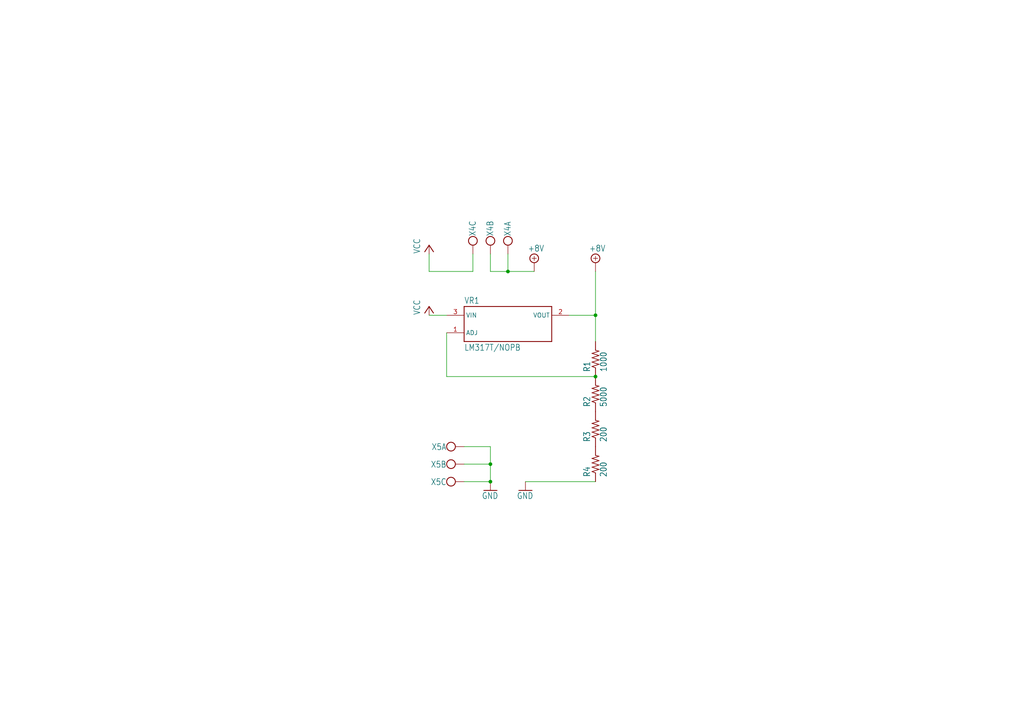
<source format=kicad_sch>
(kicad_sch (version 20231120) (generator "eeschema") (generator_version "8.0")
  (paper "A4")
  (lib_symbols
    (symbol "voltage_converter-eagle-import:+8V" (power)
      (symbol "+8V_1_0"
        (polyline (pts (xy -0.635 1.27) (xy 0.635 1.27)) (stroke (width 0.1524)))
        (polyline (pts (xy 0 0.635) (xy 0 1.905)) (stroke (width 0.1524)))
        (circle (center 0 1.27) (radius 1.27) (stroke (width 0.254)))
        (pin power_in line (at 0 -2.54 90) (length 2.54) (name "+8V") (number "1"))
      )
    )
    (symbol "voltage_converter-eagle-import:GND" (power)
      (symbol "GND_1_0"
        (polyline (pts (xy -1.905 0) (xy 1.905 0)) (stroke (width 0.254)))
        (pin power_in line (at 0 2.54 270) (length 2.54) (name "GND") (number "1"))
      )
    )
    (symbol "voltage_converter-eagle-import:LM317T/NOPB"
      (property "Reference" "VR" (at -12.7 5.842 0))
      (symbol "LM317T/NOPB_1_0"
        (polyline (pts (xy -12.7 -5.08) (xy 12.7 -5.08)) (stroke (width 0.254)))
        (polyline (pts (xy -12.7 5.08) (xy -12.7 -5.08)) (stroke (width 0.254)))
        (polyline (pts (xy 12.7 -5.08) (xy 12.7 5.08)) (stroke (width 0.254)))
        (polyline (pts (xy 12.7 5.08) (xy -12.7 5.08)) (stroke (width 0.254)))
        (pin passive line (at -17.78 -2.54 0) (length 5.08) (name "ADJ") (number "1"))
        (pin output line (at 17.78 2.54 180) (length 5.08) (name "VOUT") (number "2"))
        (pin input line (at -17.78 2.54 0) (length 5.08) (name "VIN") (number "3"))
      )
    )
    (symbol "voltage_converter-eagle-import:R-US_0204/5"
      (property "Reference" "R" (at -3.81 1.4986 0))
      (symbol "R-US_0204/5_1_0"
        (polyline (pts (xy -2.54 0) (xy -2.159 1.016)) (stroke (width 0.2032)))
        (polyline (pts (xy -2.159 1.016) (xy -1.524 -1.016)) (stroke (width 0.2032)))
        (polyline (pts (xy -1.524 -1.016) (xy -0.889 1.016)) (stroke (width 0.2032)))
        (polyline (pts (xy -0.889 1.016) (xy -0.254 -1.016)) (stroke (width 0.2032)))
        (polyline (pts (xy -0.254 -1.016) (xy 0.381 1.016)) (stroke (width 0.2032)))
        (polyline (pts (xy 0.381 1.016) (xy 1.016 -1.016)) (stroke (width 0.2032)))
        (polyline (pts (xy 1.016 -1.016) (xy 1.651 1.016)) (stroke (width 0.2032)))
        (polyline (pts (xy 1.651 1.016) (xy 2.286 -1.016)) (stroke (width 0.2032)))
        (polyline (pts (xy 2.286 -1.016) (xy 2.54 0)) (stroke (width 0.2032)))
        (pin passive line (at -5.08 0 0) (length 2.54) (name "1") (number "1"))
        (pin passive line (at 5.08 0 180) (length 2.54) (name "2") (number "2"))
      )
    )
    (symbol "voltage_converter-eagle-import:VCC" (power)
      (symbol "VCC_1_0"
        (polyline (pts (xy 0 0) (xy -1.27 -1.905)) (stroke (width 0.254)))
        (polyline (pts (xy 1.27 -1.905) (xy 0 0)) (stroke (width 0.254)))
        (pin power_in line (at 0 -2.54 90) (length 2.54) (name "VCC") (number "1"))
      )
    )
    (symbol "voltage_converter-eagle-import:W237-103"
      (property "Reference" "X" (at 0 0.889 0))
      (symbol "W237-103_1_0"
        (circle (center 1.27 0) (radius 1.27) (stroke (width 0.254)))
        (pin passive line (at 5.08 0 180) (length 2.54) (name "KL") (number "1"))
      )
      (symbol "W237-103_2_0"
        (circle (center 1.27 0) (radius 1.27) (stroke (width 0.254)))
        (pin passive line (at 5.08 0 180) (length 2.54) (name "KL") (number "2"))
      )
      (symbol "W237-103_3_0"
        (circle (center 1.27 0) (radius 1.27) (stroke (width 0.254)))
        (pin passive line (at 5.08 0 180) (length 2.54) (name "KL") (number "3"))
      )
    )
  )
  (junction (at 172.72 91.44))
  (junction (at 172.72 109.22))
  (junction (at 142.24 139.7))
  (junction (at 142.24 134.62))
  (junction (at 147.32 78.74))
  (wire (pts (xy 137.16 78.74) (xy 137.16 73.66)) (stroke (width 0.1524)))
  (wire (pts (xy 134.62 129.54) (xy 142.24 129.54)) (stroke (width 0.1524)))
  (wire (pts (xy 129.54 96.52) (xy 129.54 109.22)) (stroke (width 0.1524)))
  (wire (pts (xy 142.24 78.74) (xy 142.24 73.66)) (stroke (width 0.1524)))
  (wire (pts (xy 172.72 139.7) (xy 152.4 139.7)) (stroke (width 0.1524)))
  (wire (pts (xy 129.54 91.44) (xy 124.46 91.44)) (stroke (width 0.1524)))
  (wire (pts (xy 147.32 78.74) (xy 147.32 73.66)) (stroke (width 0.1524)))
  (wire (pts (xy 172.72 91.44) (xy 172.72 78.74)) (stroke (width 0.1524)))
  (wire (pts (xy 147.32 78.74) (xy 142.24 78.74)) (stroke (width 0.1524)))
  (wire (pts (xy 142.24 129.54) (xy 142.24 134.62)) (stroke (width 0.1524)))
  (wire (pts (xy 165.1 91.44) (xy 172.72 91.44)) (stroke (width 0.1524)))
  (wire (pts (xy 172.72 99.06) (xy 172.72 91.44)) (stroke (width 0.1524)))
  (wire (pts (xy 129.54 109.22) (xy 172.72 109.22)) (stroke (width 0.1524)))
  (wire (pts (xy 124.46 78.74) (xy 137.16 78.74)) (stroke (width 0.1524)))
  (wire (pts (xy 134.62 139.7) (xy 142.24 139.7)) (stroke (width 0.1524)))
  (wire (pts (xy 134.62 134.62) (xy 142.24 134.62)) (stroke (width 0.1524)))
  (wire (pts (xy 154.94 78.74) (xy 147.32 78.74)) (stroke (width 0.1524)))
  (wire (pts (xy 142.24 134.62) (xy 142.24 139.7)) (stroke (width 0.1524)))
  (wire (pts (xy 124.46 73.66) (xy 124.46 78.74)) (stroke (width 0.1524)))
  (symbol (lib_id "voltage_converter-eagle-import:W237-103") (at 129.54 139.7 0) (unit 3)
    (property "Reference" "X5" (at 129.54 138.811 0) (effects (font (size 1.778 1.5113)) (justify right top)))
    (property "Value" "W237-103" (effects (hide yes)))
    (property "Footprint" "voltage_converter:W237-103" (effects (hide yes)))
  )
  (symbol (lib_id "voltage_converter-eagle-import:GND") (at 152.4 142.24 0) (unit 1)
    (property "Reference" "#GND1" (effects (hide yes)))
    (property "Value" "GND" (at 149.86 144.78 0) (effects (font (size 1.778 1.5113)) (justify left bottom)))
  )
  (symbol (lib_id "voltage_converter-eagle-import:+8V") (at 172.72 76.2 0) (unit 1)
    (property "Reference" "#SUPPLY1" (effects (hide yes)))
    (property "Value" "+8V" (at 170.815 73.025 0) (effects (font (size 1.778 1.5113)) (justify left bottom)))
  )
  (symbol (lib_id "voltage_converter-eagle-import:W237-103") (at 129.54 134.62 0) (unit 2)
    (property "Reference" "X5" (at 129.54 133.731 0) (effects (font (size 1.778 1.5113)) (justify right top)))
    (property "Value" "W237-103" (effects (hide yes)))
    (property "Footprint" "voltage_converter:W237-103" (effects (hide yes)))
  )
  (symbol (lib_id "voltage_converter-eagle-import:R-US_0204/5") (at 172.72 104.14 90) (unit 1)
    (property "Reference" "R1" (at 171.2214 107.95 0) (effects (font (size 1.778 1.5113)) (justify left bottom)))
    (property "Value" "1000" (at 176.022 107.95 0) (effects (font (size 1.778 1.5113)) (justify left bottom)))
    (property "Footprint" "voltage_converter:0204_5" (effects (hide yes)))
  )
  (symbol (lib_id "voltage_converter-eagle-import:+8V") (at 154.94 76.2 0) (unit 1)
    (property "Reference" "#SUPPLY2" (effects (hide yes)))
    (property "Value" "+8V" (at 153.035 73.025 0) (effects (font (size 1.778 1.5113)) (justify left bottom)))
  )
  (symbol (lib_id "voltage_converter-eagle-import:LM317T/NOPB") (at 147.32 93.98 0) (unit 1)
    (property "Reference" "VR1" (at 134.62 88.138 0) (effects (font (size 1.778 1.5113)) (justify left bottom)))
    (property "Value" "LM317T/NOPB" (at 134.62 99.822 0) (effects (font (size 1.778 1.5113)) (justify left top)))
    (property "Footprint" "voltage_converter:TO254P1054X470X1955-3" (effects (hide yes)))
  )
  (symbol (lib_id "voltage_converter-eagle-import:VCC") (at 124.46 88.9 0) (unit 1)
    (property "Reference" "#P+4" (effects (hide yes)))
    (property "Value" "VCC" (at 121.92 91.44 90) (effects (font (size 1.778 1.5113)) (justify left bottom)))
  )
  (symbol (lib_id "voltage_converter-eagle-import:W237-103") (at 142.24 68.58 270) (unit 2)
    (property "Reference" "X4" (at 143.129 68.58 0) (effects (font (size 1.778 1.5113)) (justify right top)))
    (property "Value" "W237-103" (effects (hide yes)))
    (property "Footprint" "voltage_converter:W237-103" (effects (hide yes)))
  )
  (symbol (lib_id "voltage_converter-eagle-import:R-US_0204/5") (at 172.72 124.46 90) (unit 1)
    (property "Reference" "R3" (at 171.2214 128.27 0) (effects (font (size 1.778 1.5113)) (justify left bottom)))
    (property "Value" "200" (at 176.022 128.27 0) (effects (font (size 1.778 1.5113)) (justify left bottom)))
    (property "Footprint" "voltage_converter:0204_5" (effects (hide yes)))
  )
  (symbol (lib_id "voltage_converter-eagle-import:R-US_0204/5") (at 172.72 114.3 90) (unit 1)
    (property "Reference" "R2" (at 171.2214 118.11 0) (effects (font (size 1.778 1.5113)) (justify left bottom)))
    (property "Value" "5000" (at 176.022 118.11 0) (effects (font (size 1.778 1.5113)) (justify left bottom)))
    (property "Footprint" "voltage_converter:0204_5" (effects (hide yes)))
  )
  (symbol (lib_id "voltage_converter-eagle-import:W237-103") (at 129.54 129.54 0) (unit 1)
    (property "Reference" "X5" (at 129.54 128.651 0) (effects (font (size 1.778 1.5113)) (justify right top)))
    (property "Value" "W237-103" (effects (hide yes)))
    (property "Footprint" "voltage_converter:W237-103" (effects (hide yes)))
  )
  (symbol (lib_id "voltage_converter-eagle-import:GND") (at 142.24 142.24 0) (unit 1)
    (property "Reference" "#GND2" (effects (hide yes)))
    (property "Value" "GND" (at 139.7 144.78 0) (effects (font (size 1.778 1.5113)) (justify left bottom)))
  )
  (symbol (lib_id "voltage_converter-eagle-import:W237-103") (at 137.16 68.58 270) (unit 3)
    (property "Reference" "X4" (at 138.049 68.58 0) (effects (font (size 1.778 1.5113)) (justify right top)))
    (property "Value" "W237-103" (effects (hide yes)))
    (property "Footprint" "voltage_converter:W237-103" (effects (hide yes)))
  )
  (symbol (lib_id "voltage_converter-eagle-import:VCC") (at 124.46 71.12 0) (unit 1)
    (property "Reference" "#P+3" (effects (hide yes)))
    (property "Value" "VCC" (at 121.92 73.66 90) (effects (font (size 1.778 1.5113)) (justify left bottom)))
  )
  (symbol (lib_id "voltage_converter-eagle-import:R-US_0204/5") (at 172.72 134.62 90) (unit 1)
    (property "Reference" "R4" (at 171.2214 138.43 0) (effects (font (size 1.778 1.5113)) (justify left bottom)))
    (property "Value" "200" (at 176.022 138.43 0) (effects (font (size 1.778 1.5113)) (justify left bottom)))
    (property "Footprint" "voltage_converter:0204_5" (effects (hide yes)))
  )
  (symbol (lib_id "voltage_converter-eagle-import:W237-103") (at 147.32 68.58 270) (unit 1)
    (property "Reference" "X4" (at 148.209 68.58 0) (effects (font (size 1.778 1.5113)) (justify right top)))
    (property "Value" "W237-103" (effects (hide yes)))
    (property "Footprint" "voltage_converter:W237-103" (effects (hide yes)))
  )
)
</source>
